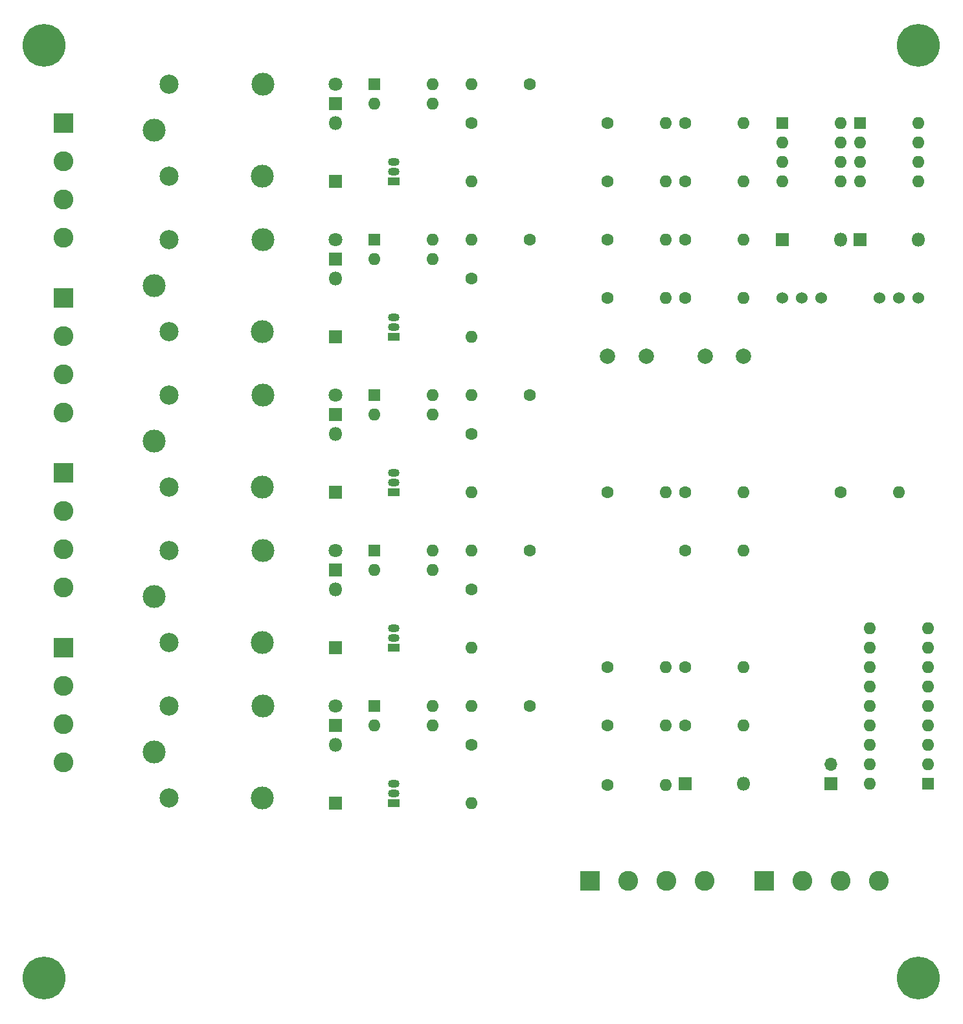
<source format=gbr>
%TF.GenerationSoftware,KiCad,Pcbnew,7.0.7-7.0.7~ubuntu22.04.1*%
%TF.CreationDate,2023-08-30T14:27:08-06:00*%
%TF.ProjectId,PWM_PCB,50574d5f-5043-4422-9e6b-696361645f70,rev?*%
%TF.SameCoordinates,Original*%
%TF.FileFunction,Soldermask,Top*%
%TF.FilePolarity,Negative*%
%FSLAX46Y46*%
G04 Gerber Fmt 4.6, Leading zero omitted, Abs format (unit mm)*
G04 Created by KiCad (PCBNEW 7.0.7-7.0.7~ubuntu22.04.1) date 2023-08-30 14:27:08*
%MOMM*%
%LPD*%
G01*
G04 APERTURE LIST*
%ADD10C,1.600000*%
%ADD11O,1.600000X1.600000*%
%ADD12R,1.600000X1.600000*%
%ADD13R,1.800000X1.800000*%
%ADD14O,1.800000X1.800000*%
%ADD15C,1.524000*%
%ADD16C,3.000000*%
%ADD17C,2.500000*%
%ADD18R,2.600000X2.600000*%
%ADD19C,2.600000*%
%ADD20C,5.600000*%
%ADD21C,2.000000*%
%ADD22R,1.500000X1.050000*%
%ADD23O,1.500000X1.050000*%
%ADD24R,1.700000X1.700000*%
%ADD25O,1.700000X1.700000*%
%ADD26C,1.800000*%
G04 APERTURE END LIST*
D10*
%TO.C,R5*%
X162560000Y-45720000D03*
D11*
X170180000Y-45720000D03*
%TD*%
D12*
%TO.C,U3*%
X204470000Y-124460000D03*
D11*
X204470000Y-121920000D03*
X204470000Y-119380000D03*
X204470000Y-116840000D03*
X204470000Y-114300000D03*
X204470000Y-111760000D03*
X204470000Y-109220000D03*
X204470000Y-106680000D03*
X204470000Y-104140000D03*
X196850000Y-104140000D03*
X196850000Y-106680000D03*
X196850000Y-109220000D03*
X196850000Y-111760000D03*
X196850000Y-114300000D03*
X196850000Y-116840000D03*
X196850000Y-119380000D03*
X196850000Y-121920000D03*
X196850000Y-124460000D03*
%TD*%
D13*
%TO.C,D13*%
X127000000Y-127000000D03*
D14*
X127000000Y-119380000D03*
%TD*%
D12*
%TO.C,U2*%
X195580000Y-38100000D03*
D11*
X195580000Y-40640000D03*
X195580000Y-43180000D03*
X195580000Y-45720000D03*
X203200000Y-45720000D03*
X203200000Y-43180000D03*
X203200000Y-40640000D03*
X203200000Y-38100000D03*
%TD*%
D12*
%TO.C,U8*%
X132080000Y-114300000D03*
D11*
X132080000Y-116840000D03*
X139700000Y-116840000D03*
X139700000Y-114300000D03*
%TD*%
D10*
%TO.C,R9*%
X172720000Y-53340000D03*
D11*
X180340000Y-53340000D03*
%TD*%
D13*
%TO.C,D4*%
X127000000Y-45720000D03*
D14*
X127000000Y-38100000D03*
%TD*%
D10*
%TO.C,R27*%
X144780000Y-119380000D03*
D11*
X144780000Y-127000000D03*
%TD*%
D10*
%TO.C,R18*%
X144780000Y-38100000D03*
D11*
X144780000Y-45720000D03*
%TD*%
D10*
%TO.C,R26*%
X144780000Y-99060000D03*
D11*
X144780000Y-106680000D03*
%TD*%
D15*
%TO.C,RV1*%
X185420000Y-60960000D03*
X187960000Y-60960000D03*
X190500000Y-60960000D03*
%TD*%
D10*
%TO.C,R12*%
X193040000Y-86360000D03*
D11*
X200660000Y-86360000D03*
%TD*%
D13*
%TO.C,D12*%
X127000000Y-106680000D03*
D14*
X127000000Y-99060000D03*
%TD*%
D16*
%TO.C,K3*%
X103260000Y-79610000D03*
D17*
X105210000Y-85660000D03*
D16*
X117410000Y-85660000D03*
X117460000Y-73610000D03*
D17*
X105210000Y-73660000D03*
%TD*%
D10*
%TO.C,R8*%
X162560000Y-53340000D03*
D11*
X170180000Y-53340000D03*
%TD*%
D15*
%TO.C,RV2*%
X198120000Y-60960000D03*
X200660000Y-60960000D03*
X203200000Y-60960000D03*
%TD*%
D18*
%TO.C,J1*%
X160260000Y-137160000D03*
D19*
X165260000Y-137160000D03*
X170260000Y-137160000D03*
X175260000Y-137160000D03*
%TD*%
D20*
%TO.C,*%
X203200000Y-27940000D03*
%TD*%
D18*
%TO.C,J6*%
X91440000Y-60960000D03*
D19*
X91440000Y-65960000D03*
X91440000Y-70960000D03*
X91440000Y-75960000D03*
%TD*%
D10*
%TO.C,R20*%
X152400000Y-33020000D03*
D11*
X144780000Y-33020000D03*
%TD*%
D18*
%TO.C,J4*%
X91440000Y-83820000D03*
D19*
X91440000Y-88820000D03*
X91440000Y-93820000D03*
X91440000Y-98820000D03*
%TD*%
D10*
%TO.C,R3*%
X172720000Y-86360000D03*
D11*
X180340000Y-86360000D03*
%TD*%
D12*
%TO.C,U5*%
X132080000Y-53340000D03*
D11*
X132080000Y-55880000D03*
X139700000Y-55880000D03*
X139700000Y-53340000D03*
%TD*%
D16*
%TO.C,K5*%
X103260000Y-120250000D03*
D17*
X105210000Y-126300000D03*
D16*
X117410000Y-126300000D03*
X117460000Y-114250000D03*
D17*
X105210000Y-114300000D03*
%TD*%
D10*
%TO.C,R22*%
X152400000Y-73660000D03*
D11*
X144780000Y-73660000D03*
%TD*%
D10*
%TO.C,R25*%
X144780000Y-78740000D03*
D11*
X144780000Y-86360000D03*
%TD*%
D21*
%TO.C,C2*%
X175340000Y-68580000D03*
X180340000Y-68580000D03*
%TD*%
D22*
%TO.C,Q4*%
X134620000Y-106680000D03*
D23*
X134620000Y-105410000D03*
X134620000Y-104140000D03*
%TD*%
D10*
%TO.C,R4*%
X162560000Y-86360000D03*
D11*
X170180000Y-86360000D03*
%TD*%
D12*
%TO.C,U4*%
X132080000Y-33020000D03*
D11*
X132080000Y-35560000D03*
X139700000Y-35560000D03*
X139700000Y-33020000D03*
%TD*%
D13*
%TO.C,D11*%
X127000000Y-86360000D03*
D14*
X127000000Y-78740000D03*
%TD*%
D10*
%TO.C,R16*%
X172720000Y-116840000D03*
D11*
X180340000Y-116840000D03*
%TD*%
D24*
%TO.C,J5*%
X191770000Y-124460000D03*
D25*
X191770000Y-121920000D03*
%TD*%
D10*
%TO.C,R6*%
X172720000Y-93980000D03*
D11*
X180340000Y-93980000D03*
%TD*%
D18*
%TO.C,J2*%
X183000000Y-137160000D03*
D19*
X188000000Y-137160000D03*
X193000000Y-137160000D03*
X198000000Y-137160000D03*
%TD*%
D13*
%TO.C,D2*%
X185420000Y-53340000D03*
D14*
X193040000Y-53340000D03*
%TD*%
D16*
%TO.C,K4*%
X103260000Y-99930000D03*
D17*
X105210000Y-105980000D03*
D16*
X117410000Y-105980000D03*
X117460000Y-93930000D03*
D17*
X105210000Y-93980000D03*
%TD*%
D10*
%TO.C,R14*%
X172720000Y-109220000D03*
D11*
X180340000Y-109220000D03*
%TD*%
D22*
%TO.C,Q1*%
X134620000Y-45720000D03*
D23*
X134620000Y-44450000D03*
X134620000Y-43180000D03*
%TD*%
D13*
%TO.C,D9*%
X127000000Y-96520000D03*
D26*
X127000000Y-93980000D03*
%TD*%
D10*
%TO.C,R15*%
X162560000Y-116840000D03*
D11*
X170180000Y-116840000D03*
%TD*%
D13*
%TO.C,D7*%
X127000000Y-55880000D03*
D26*
X127000000Y-53340000D03*
%TD*%
D10*
%TO.C,R17*%
X162560000Y-124630000D03*
D11*
X170180000Y-124630000D03*
%TD*%
D22*
%TO.C,Q2*%
X134620000Y-66040000D03*
D23*
X134620000Y-64770000D03*
X134620000Y-63500000D03*
%TD*%
D10*
%TO.C,R10*%
X162560000Y-60960000D03*
D11*
X170180000Y-60960000D03*
%TD*%
D13*
%TO.C,D8*%
X127000000Y-76200000D03*
D26*
X127000000Y-73660000D03*
%TD*%
D22*
%TO.C,Q5*%
X134620000Y-127000000D03*
D23*
X134620000Y-125730000D03*
X134620000Y-124460000D03*
%TD*%
D10*
%TO.C,R21*%
X152400000Y-53340000D03*
D11*
X144780000Y-53340000D03*
%TD*%
D13*
%TO.C,D3*%
X172720000Y-124460000D03*
D14*
X180340000Y-124460000D03*
%TD*%
D13*
%TO.C,D5*%
X127000000Y-66040000D03*
D14*
X127000000Y-58420000D03*
%TD*%
D16*
%TO.C,K1*%
X103260000Y-38970000D03*
D17*
X105210000Y-45020000D03*
D16*
X117410000Y-45020000D03*
X117460000Y-32970000D03*
D17*
X105210000Y-33020000D03*
%TD*%
D10*
%TO.C,R13*%
X162560000Y-109220000D03*
D11*
X170180000Y-109220000D03*
%TD*%
D18*
%TO.C,J3*%
X91440000Y-38100000D03*
D19*
X91440000Y-43100000D03*
X91440000Y-48100000D03*
X91440000Y-53100000D03*
%TD*%
D12*
%TO.C,U1*%
X185420000Y-38100000D03*
D11*
X185420000Y-40640000D03*
X185420000Y-43180000D03*
X185420000Y-45720000D03*
X193040000Y-45720000D03*
X193040000Y-43180000D03*
X193040000Y-40640000D03*
X193040000Y-38100000D03*
%TD*%
D12*
%TO.C,U7*%
X132080000Y-93980000D03*
D11*
X132080000Y-96520000D03*
X139700000Y-96520000D03*
X139700000Y-93980000D03*
%TD*%
D10*
%TO.C,R7*%
X172720000Y-45720000D03*
D11*
X180340000Y-45720000D03*
%TD*%
D13*
%TO.C,D1*%
X195580000Y-53340000D03*
D14*
X203200000Y-53340000D03*
%TD*%
D12*
%TO.C,U6*%
X132080000Y-73660000D03*
D11*
X132080000Y-76200000D03*
X139700000Y-76200000D03*
X139700000Y-73660000D03*
%TD*%
D13*
%TO.C,D6*%
X127000000Y-35560000D03*
D26*
X127000000Y-33020000D03*
%TD*%
D10*
%TO.C,R2*%
X172720000Y-38100000D03*
D11*
X180340000Y-38100000D03*
%TD*%
D10*
%TO.C,R23*%
X152400000Y-93980000D03*
D11*
X144780000Y-93980000D03*
%TD*%
D10*
%TO.C,R11*%
X172720000Y-60960000D03*
D11*
X180340000Y-60960000D03*
%TD*%
D20*
%TO.C,REF\u002A\u002A*%
X88900000Y-149860000D03*
%TD*%
D10*
%TO.C,R24*%
X152400000Y-114300000D03*
D11*
X144780000Y-114300000D03*
%TD*%
D10*
%TO.C,R19*%
X144780000Y-58420000D03*
D11*
X144780000Y-66040000D03*
%TD*%
D18*
%TO.C,J7*%
X91440000Y-106680000D03*
D19*
X91440000Y-111680000D03*
X91440000Y-116680000D03*
X91440000Y-121680000D03*
%TD*%
D16*
%TO.C,K2*%
X103260000Y-59290000D03*
D17*
X105210000Y-65340000D03*
D16*
X117410000Y-65340000D03*
X117460000Y-53290000D03*
D17*
X105210000Y-53340000D03*
%TD*%
D20*
%TO.C,*%
X88900000Y-27940000D03*
%TD*%
D22*
%TO.C,Q3*%
X134620000Y-86360000D03*
D23*
X134620000Y-85090000D03*
X134620000Y-83820000D03*
%TD*%
D13*
%TO.C,D10*%
X127000000Y-116840000D03*
D26*
X127000000Y-114300000D03*
%TD*%
D10*
%TO.C,R1*%
X162560000Y-38100000D03*
D11*
X170180000Y-38100000D03*
%TD*%
D21*
%TO.C,C1*%
X162560000Y-68580000D03*
X167560000Y-68580000D03*
%TD*%
D20*
%TO.C,*%
X203200000Y-149860000D03*
%TD*%
M02*

</source>
